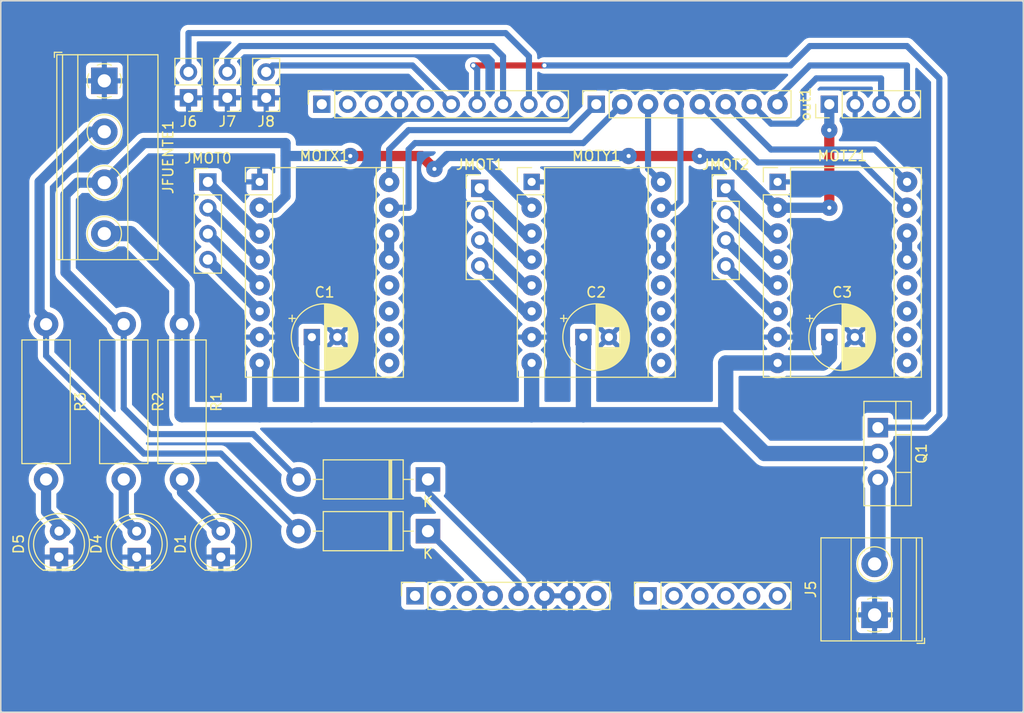
<source format=kicad_pcb>
(kicad_pcb (version 20240108) (generator "pcbnew") (generator_version "8.0")
  (title_block (date "mar. 31 mars 2015"))
  (layers (0 "F.Cu" signal) (31 "B.Cu" signal) (34 "B.Paste" user) (35 "F.Paste" user) (36 "B.SilkS" user "B.Silkscreen") (37 "F.SilkS" user "F.Silkscreen") (38 "B.Mask" user) (39 "F.Mask" user) (44 "Edge.Cuts" user))
  (net 0 "")
  (net 1 "GND")
  (net 3 "+5V")
  (net 4 "/IOREF")
  (net 5 "/A0")
  (net 6 "/A1")
  (net 7 "/A2")
  (net 8 "/A3")
  (net 9 "/SDA{slash}A4")
  (net 10 "/SCL{slash}A5")
  (net 11 "/13")
  (net 12 "/12")
  (net 13 "/AREF")
  (net 14 "/8")
  (net 15 "/7")
  (net 16 "/*11")
  (net 17 "/*10")
  (net 18 "/*9")
  (net 19 "/4")
  (net 20 "/2")
  (net 21 "/*6")
  (net 22 "/*5")
  (net 23 "/TX{slash}1")
  (net 24 "/*3")
  (net 25 "/RX{slash}0")
  (net 26 "+3V3")
  (net 27 "Net-(D1-A)")
  (net 28 "/~{RESET}")
  (net 29 "Net-(D2-K)")
  (net 30 "Net-(D3-K)")
  (net 31 "Net-(D4-A)")
  (net 32 "Net-(D5-A)")
  (net 34 "Net-(J5-Pin_2)")
  (net 35 "+12V")
  (net 36 "/MOT02A")
  (net 37 "/MOT01A")
  (net 38 "/MOT01B")
  (net 39 "/MOT02B")
  (net 40 "/MOT11A")
  (net 41 "/MOT12B")
  (net 42 "/MOT11B")
  (net 43 "/MOT12A")
  (net 44 "/MOT22A")
  (net 45 "/MOT21B")
  (net 46 "/MOT22B")
  (net 47 "/MOT21A")
  (net 48 "/MOT0MS3")
  (net 50 "Net-(MOTX1-~{RESET})")
  (net 51 "/MOT0MS1")
  (net 52 "/MOT0MS2")
  (net 53 "/MOT1MS2")
  (net 54 "/MOT1MS1")
  (net 55 "Net-(MOTY1-~{RESET})")
  (net 57 "/MOT1MS3")
  (net 58 "Net-(MOTZ1-~{RESET})")
  (net 60 "/MOT2MS3")
  (net 61 "/MOT2MS1")
  (net 62 "/MOT2MS2")
  (footprint "Connector_PinSocket_2.54mm:PinSocket_1x08_P2.54mm_Vertical" (layer "F.Cu") (at 127.94 97.46 90)
    (property "Reference" "J1" (hide yes))
    (property "Value" "Power")
    (pad "1" thru_hole rect (at 0 0 90) (size 1.7 1.7) (drill 1) (layers "*.Cu" "*.Mask"))
    (pad "2" thru_hole oval (at 0 2.54 90) (size 2 2) (drill 1) (layers "*.Cu" "*.Mask") (net 4 "/IOREF"))
    (pad "3" thru_hole oval (at 0 5.08 90) (size 2 2) (drill 1) (layers "*.Cu" "*.Mask") (net 28 "/~{RESET}"))
    (pad "4" thru_hole oval (at 0 7.62 90) (size 2 2) (drill 1) (layers "*.Cu" "*.Mask") (net 30 "Net-(D3-K)"))
    (pad "5" thru_hole oval (at 0 10.16 90) (size 2 2) (drill 1) (layers "*.Cu" "*.Mask") (net 29 "Net-(D2-K)"))
    (pad "6" thru_hole oval (at 0 12.7 90) (size 2 2) (drill 1) (layers "*.Cu" "*.Mask") (net 1 "GND"))
    (pad "7" thru_hole oval (at 0 15.24 90) (size 2 2) (drill 1) (layers "*.Cu" "*.Mask") (net 1 "GND"))
    (pad "8" thru_hole oval (at 0 17.78 90) (size 2 2) (drill 1) (layers "*.Cu" "*.Mask"))
  )
  (footprint "Connector_PinSocket_2.54mm:PinSocket_1x06_P2.54mm_Vertical" (layer "F.Cu") (at 150.8 97.46 90)
    (property "Reference" "J3" (hide yes))
    (property "Value" "Analog")
    (pad "1" thru_hole rect (at 0 0 90) (size 1.7 1.7) (drill 1) (layers "*.Cu" "*.Mask") (net 5 "/A0"))
    (pad "2" thru_hole oval (at 0 2.54 90) (size 1.7 1.7) (drill 1) (layers "*.Cu" "*.Mask") (net 6 "/A1"))
    (pad "3" thru_hole oval (at 0 5.08 90) (size 1.7 1.7) (drill 1) (layers "*.Cu" "*.Mask") (net 7 "/A2"))
    (pad "4" thru_hole oval (at 0 7.62 90) (size 1.7 1.7) (drill 1) (layers "*.Cu" "*.Mask") (net 8 "/A3"))
    (pad "5" thru_hole oval (at 0 10.16 90) (size 1.7 1.7) (drill 1) (layers "*.Cu" "*.Mask") (net 9 "/SDA{slash}A4"))
    (pad "6" thru_hole oval (at 0 12.7 90) (size 1.7 1.7) (drill 1) (layers "*.Cu" "*.Mask") (net 10 "/SCL{slash}A5"))
  )
  (footprint "Connector_PinSocket_2.54mm:PinSocket_1x10_P2.54mm_Vertical" (layer "F.Cu") (at 118.796 49.2 90)
    (property "Reference" "J2" (hide yes))
    (property "Value" "Digital/PWM")
    (pad "1" thru_hole rect (at 0 0 90) (size 1.7 1.7) (drill 1) (layers "*.Cu" "*.Mask") (net 10 "/SCL{slash}A5"))
    (pad "2" thru_hole oval (at 0 2.54 90) (size 1.7 1.7) (drill 1) (layers "*.Cu" "*.Mask") (net 9 "/SDA{slash}A4"))
    (pad "3" thru_hole oval (at 0 5.08 90) (size 1.7 1.7) (drill 1) (layers "*.Cu" "*.Mask") (net 13 "/AREF"))
    (pad "4" thru_hole oval (at 0 7.62 90) (size 1.7 1.7) (drill 1) (layers "*.Cu" "*.Mask") (net 1 "GND"))
    (pad "5" thru_hole oval (at 0 10.16 90) (size 1.7 1.7) (drill 1) (layers "*.Cu" "*.Mask") (net 11 "/13"))
    (pad "6" thru_hole oval (at 0 12.7 90) (size 1.7 1.7) (drill 1) (layers "*.Cu" "*.Mask") (net 12 "/12"))
    (pad "7" thru_hole oval (at 0 15.24 90) (size 1.7 1.7) (drill 1) (layers "*.Cu" "*.Mask") (net 16 "/*11"))
    (pad "8" thru_hole oval (at 0 17.78 90) (size 1.7 1.7) (drill 1) (layers "*.Cu" "*.Mask") (net 17 "/*10"))
    (pad "9" thru_hole oval (at 0 20.32 90) (size 1.7 1.7) (drill 1) (layers "*.Cu" "*.Mask") (net 18 "/*9"))
    (pad "10" thru_hole oval (at 0 22.86 90) (size 1.7 1.7) (drill 1) (layers "*.Cu" "*.Mask") (net 14 "/8"))
  )
  (footprint "Connector_PinSocket_2.54mm:PinSocket_1x08_P2.54mm_Vertical" (layer "F.Cu") (at 145.72 49.2 90)
    (property "Reference" "J4" (hide yes))
    (property "Value" "Digital/PWM")
    (pad "1" thru_hole rect (at 0 0 90) (size 1.7 1.7) (drill 1) (layers "*.Cu" "*.Mask") (net 15 "/7"))
    (pad "2" thru_hole oval (at 0 2.54 90) (size 2 2) (drill 1) (layers "*.Cu" "*.Mask") (net 21 "/*6"))
    (pad "3" thru_hole oval (at 0 5.08 90) (size 2 2) (drill 1) (layers "*.Cu" "*.Mask") (net 22 "/*5"))
    (pad "4" thru_hole oval (at 0 7.62 90) (size 2 2) (drill 1) (layers "*.Cu" "*.Mask") (net 19 "/4"))
    (pad "5" thru_hole oval (at 0 10.16 90) (size 2 2) (drill 1) (layers "*.Cu" "*.Mask") (net 24 "/*3"))
    (pad "6" thru_hole oval (at 0 12.7 90) (size 2 2) (drill 1) (layers "*.Cu" "*.Mask") (net 20 "/2"))
    (pad "7" thru_hole oval (at 0 15.24 90) (size 2 2) (drill 1) (layers "*.Cu" "*.Mask") (net 23 "/TX{slash}1"))
    (pad "8" thru_hole oval (at 0 17.78 90) (size 2 2) (drill 1) (layers "*.Cu" "*.Mask") (net 25 "/RX{slash}0"))
  )
  (footprint "Connector_PinHeader_2.54mm:PinHeader_1x02_P2.54mm_Vertical" (layer "F.Cu") (at 105.715 48.57 180)
    (property "Reference" "J6" (at 0 -2.33 360) (layer "F.SilkS"))
    (property "Value" "JLIMX")
    (pad "1" thru_hole rect (at 0 0 180) (size 1.7 1.7) (drill 1) (layers "*.Cu" "*.Mask") (net 1 "GND"))
    (pad "2" thru_hole oval (at 0 2.54 180) (size 1.7 1.7) (drill 1) (layers "*.Cu" "*.Mask") (net 18 "/*9"))
  )
  (footprint "Connector_PinHeader_2.54mm:PinHeader_1x04_P2.54mm_Vertical" (layer "F.Cu") (at 168.58 49.2 90)
    (property "Reference" "out1" (at 0 -2.33 90) (layer "F.SilkS"))
    (property "Value" "OUT")
    (pad "1" thru_hole rect (at 0 0 90) (size 1.7 1.7) (drill 1) (layers "*.Cu" "*.Mask") (net 3 "+5V"))
    (pad "2" thru_hole oval (at 0 2.54 90) (size 1.7 1.7) (drill 1) (layers "*.Cu" "*.Mask") (net 1 "GND"))
    (pad "3" thru_hole oval (at 0 5.08 90) (size 1.7 1.7) (drill 1) (layers "*.Cu" "*.Mask") (net 23 "/TX{slash}1"))
    (pad "4" thru_hole oval (at 0 7.62 90) (size 1.7 1.7) (drill 1) (layers "*.Cu" "*.Mask") (net 25 "/RX{slash}0"))
  )
  (footprint "Connector_PinHeader_2.54mm:PinHeader_1x04_P2.54mm_Vertical" (layer "F.Cu") (at 158.42 57.455)
    (property "Reference" "JMOT2" (at 0 -2.33 0) (layer "F.SilkS"))
    (property "Value" "Conn_01x04_Pin")
    (pad "1" thru_hole rect (at 0 0) (size 1.7 1.7) (drill 1) (layers "*.Cu" "*.Mask") (net 45 "/MOT21B"))
    (pad "2" thru_hole oval (at 0 2.54) (size 1.7 1.7) (drill 1) (layers "*.Cu" "*.Mask") (net 47 "/MOT21A"))
    (pad "3" thru_hole oval (at 0 5.08) (size 1.7 1.7) (drill 1) (layers "*.Cu" "*.Mask") (net 44 "/MOT22A"))
    (pad "4" thru_hole oval (at 0 7.62) (size 1.7 1.7) (drill 1) (layers "*.Cu" "*.Mask") (net 46 "/MOT22B"))
  )
  (footprint "TerminalBlock_Phoenix:TerminalBlock_Phoenix_MKDS-1,5-4_1x04_P5.00mm_Horizontal" (layer "F.Cu") (at 97.46 46.9 -90)
    (property "Reference" "JFUENTE1" (at 7.5 -6.26 90) (layer "F.SilkS"))
    (property "Value" "Conn_01x04")
    (pad "1" thru_hole rect (at 0 0 270) (size 2.6 2.6) (drill 1.3) (layers "*.Cu" "*.Mask") (net 1 "GND"))
    (pad "2" thru_hole circle (at 5 0 270) (size 2.6 2.6) (drill 1.3) (layers "*.Cu" "*.Mask") (net 26 "+3V3"))
    (pad "3" thru_hole circle (at 10 0 270) (size 2.6 2.6) (drill 1.3) (layers "*.Cu" "*.Mask") (net 3 "+5V"))
    (pad "4" thru_hole circle (at 15 0 270) (size 2.6 2.6) (drill 1.3) (layers "*.Cu" "*.Mask") (net 35 "+12V"))
  )
  (footprint "Diode_THT:D_DO-15_P12.70mm_Horizontal" (layer "F.Cu") (at 129.21 86.03 180)
    (property "Reference" "D2" (hide yes))
    (property "Value" "D_Zener" (hide yes))
    (fp_text user "K" (at 0 -2.2 360) (layer "F.SilkS"))
    (pad "1" thru_hole rect (at 0 0 180) (size 2.4 2.4) (drill 1.2) (layers "*.Cu" "*.Mask") (net 29 "Net-(D2-K)"))
    (pad "2" thru_hole oval (at 12.7 0 180) (size 2.4 2.4) (drill 1.2) (layers "*.Cu" "*.Mask") (net 3 "+5V"))
  )
  (footprint "Module:Pololu_Breakout-16_15.2x20.3mm" (layer "F.Cu") (at 163.51 56.82)
    (property "Reference" "MOTZ1" (at 6.35 -2.54 0) (layer "F.SilkS"))
    (property "Value" "Pololu_Breakout_A4988")
    (pad "1" thru_hole rect (at 0 0) (size 1.6 1.6) (drill 0.8) (layers "*.Cu" "*.Mask") (net 1 "GND"))
    (pad "2" thru_hole oval (at 0 2.54) (size 2 2) (drill 0.8) (layers "*.Cu" "*.Mask") (net 3 "+5V"))
    (pad "3" thru_hole oval (at 0 5.08) (size 2 2) (drill 0.8) (layers "*.Cu" "*.Mask") (net 45 "/MOT21B"))
    (pad "4" thru_hole oval (at 0 7.62) (size 2 2) (drill 0.8) (layers "*.Cu" "*.Mask") (net 47 "/MOT21A"))
    (pad "5" thru_hole oval (at 0 10.16) (size 2 2) (drill 0.8) (layers "*.Cu" "*.Mask") (net 44 "/MOT22A"))
    (pad "6" thru_hole oval (at 0 12.7) (size 2 2) (drill 0.8) (layers "*.Cu" "*.Mask") (net 46 "/MOT22B"))
    (pad "7" thru_hole oval (at 0 15.24) (size 2 2) (drill 0.8) (layers "*.Cu" "*.Mask") (net 1 "GND"))
    (pad "8" thru_hole oval (at 0 17.78) (size 2 2) (drill 0.8) (layers "*.Cu" "*.Mask") (net 35 "+12V"))
    (pad "9" thru_hole oval (at 12.7 17.78) (size 2 2) (drill 0.8) (layers "*.Cu" "*.Mask"))
    (pad "10" thru_hole oval (at 12.7 15.24) (size 2 2) (drill 0.8) (layers "*.Cu" "*.Mask") (net 61 "/MOT2MS1"))
    (pad "11" thru_hole oval (at 12.7 12.7) (size 2 2) (drill 0.8) (layers "*.Cu" "*.Mask") (net 62 "/MOT2MS2"))
    (pad "12" thru_hole oval (at 12.7 10.16) (size 2 2) (drill 0.8) (layers "*.Cu" "*.Mask") (net 60 "/MOT2MS3"))
    (pad "13" thru_hole oval (at 12.7 7.62) (size 2 2) (drill 0.8) (layers "*.Cu" "*.Mask") (net 58 "Net-(MOTZ1-~{RESET})"))
    (pad "14" thru_hole oval (at 12.7 5.08) (size 2 2) (drill 0.8) (layers "*.Cu" "*.Mask") (net 58 "Net-(MOTZ1-~{RESET})"))
    (pad "15" thru_hole oval (at 12.7 2.54) (size 2 2) (drill 0.8) (layers "*.Cu" "*.Mask") (net 24 "/*3"))
    (pad "16" thru_hole oval (at 12.7 0) (size 2 2) (drill 0.8) (layers "*.Cu" "*.Mask") (net 20 "/2"))
  )
  (footprint "Module:Pololu_Breakout-16_15.2x20.3mm" (layer "F.Cu") (at 112.7 56.82)
    (property "Reference" "MOTX1" (at 6.35 -2.54 360) (layer "F.SilkS"))
    (property "Value" "Pololu_Breakout_A4988")
    (pad "1" thru_hole rect (at 0 0) (size 1.6 1.6) (drill 0.8) (layers "*.Cu" "*.Mask") (net 1 "GND"))
    (pad "2" thru_hole oval (at 0 2.54) (size 2 2) (drill 0.8) (layers "*.Cu" "*.Mask") (net 3 "+5V"))
    (pad "3" thru_hole oval (at 0 5.08) (size 2 2) (drill 0.8) (layers "*.Cu" "*.Mask") (net 38 "/MOT01B"))
    (pad "4" thru_hole oval (at 0 7.62) (size 2 2) (drill 0.8) (layers "*.Cu" "*.Mask") (net 37 "/MOT01A"))
    (pad "5" thru_hole oval (at 0 10.16) (size 2 2) (drill 0.8) (layers "*.Cu" "*.Mask") (net 36 "/MOT02A"))
    (pad "6" thru_hole oval (at 0 12.7) (size 2 2) (drill 0.8) (layers "*.Cu" "*.Mask") (net 39 "/MOT02B"))
    (pad "7" thru_hole oval (at 0 15.24) (size 2 2) (drill 0.8) (layers "*.Cu" "*.Mask") (net 1 "GND"))
    (pad "8" thru_hole oval (at 0 17.78) (size 2 2) (drill 0.8) (layers "*.Cu" "*.Mask") (net 35 "+12V"))
    (pad "9" thru_hole oval (at 12.7 17.78) (size 2 2) (drill 0.8) (layers "*.Cu" "*.Mask"))
    (pad "10" thru_hole oval (at 12.7 15.24) (size 2 2) (drill 0.8) (layers "*.Cu" "*.Mask") (net 51 "/MOT0MS1"))
    (pad "11" thru_hole oval (at 12.7 12.7) (size 2 2) (drill 0.8) (layers "*.Cu" "*.Mask") (net 52 "/MOT0MS2"))
    (pad "12" thru_hole oval (at 12.7 10.16) (size 2 2) (drill 0.8) (layers "*.Cu" "*.Mask") (net 48 "/MOT0MS3"))
    (pad "13" thru_hole oval (at 12.7 7.62) (size 2 2) (drill 0.8) (layers "*.Cu" "*.Mask") (net 50 "Net-(MOTX1-~{RESET})"))
    (pad "14" thru_hole oval (at 12.7 5.08) (size 2 2) (drill 0.8) (layers "*.Cu" "*.Mask") (net 50 "Net-(MOTX1-~{RESET})"))
    (pad "15" thru_hole oval (at 12.7 2.54) (size 2 2) (drill 0.8) (layers "*.Cu" "*.Mask") (net 21 "/*6"))
    (pad "16" thru_hole oval (at 12.7 0) (size 2 2) (drill 0.8) (layers "*.Cu" "*.Mask") (net 15 "/7"))
  )
  (footprint "Connector_PinHeader_2.54mm:PinHeader_1x02_P2.54mm_Vertical" (layer "F.Cu") (at 113.335 48.57 180)
    (property "Reference" "J8" (at 0 -2.33 360) (layer "F.SilkS"))
    (property "Value" "JLIMZ")
    (pad "1" thru_hole rect (at 0 0 180) (size 1.7 1.7) (drill 1) (layers "*.Cu" "*.Mask") (net 1 "GND"))
    (pad "2" thru_hole oval (at 0 2.54 180) (size 1.7 1.7) (drill 1) (layers "*.Cu" "*.Mask") (net 12 "/12"))
  )
  (footprint "Connector_PinHeader_2.54mm:PinHeader_1x02_P2.54mm_Vertical" (layer "F.Cu") (at 109.525 48.565 180)
    (property "Reference" "J7" (at 0 -2.33 360) (layer "F.SilkS"))
    (property "Value" "JLIMY")
    (pad "1" thru_hole rect (at 0 0 180) (size 1.7 1.7) (drill 1) (layers "*.Cu" "*.Mask") (net 1 "GND"))
    (pad "2" thru_hole oval (at 0 2.54 180) (size 1.7 1.7) (drill 1) (layers "*.Cu" "*.Mask") (net 17 "/*10"))
  )
  (footprint "Connector_PinHeader_2.54mm:PinHeader_1x04_P2.54mm_Vertical" (layer "F.Cu") (at 134.29 57.455)
    (property "Reference" "JMOT1" (at 0 -2.33 0) (layer "F.SilkS"))
    (property "Value" "Conn_01x04_Pin")
    (pad "1" thru_hole rect (at 0 0) (size 1.7 1.7) (drill 1) (layers "*.Cu" "*.Mask") (net 42 "/MOT11B"))
    (pad "2" thru_hole oval (at 0 2.54) (size 1.7 1.7) (drill 1) (layers "*.Cu" "*.Mask") (net 40 "/MOT11A"))
    (pad "3" thru_hole oval (at 0 5.08) (size 1.7 1.7) (drill 1) (layers "*.Cu" "*.Mask") (net 43 "/MOT12A"))
    (pad "4" thru_hole oval (at 0 7.62) (size 1.7 1.7) (drill 1) (layers "*.Cu" "*.Mask") (net 41 "/MOT12B"))
  )
  (footprint "LED_THT:LED_D5.0mm" (layer "F.Cu") (at 100.635 93.655 90)
    (property "Reference" "D4" (at 1.27 -3.96 90) (layer "F.SilkS"))
    (property "Value" "LED")
    (pad "1" thru_hole rect (at 0 0 90) (size 1.8 1.8) (drill 0.9) (layers "*.Cu" "*.Mask") (net 1 "GND"))
    (pad "2" thru_hole circle (at 2.54 0 90) (size 1.8 1.8) (drill 0.9) (layers "*.Cu" "*.Mask") (net 31 "Net-(D4-A)"))
  )
  (footprint "Module:Pololu_Breakout-16_15.2x20.3mm" (layer "F.Cu") (at 139.38 56.82)
    (property "Reference" "MOTY1" (at 6.35 -2.54 0) (layer "F.SilkS"))
    (property "Value" "Pololu_Breakout_A4988")
    (pad "1" thru_hole rect (at 0 0) (size 1.6 1.6) (drill 0.8) (layers "*.Cu" "*.Mask") (net 1 "GND"))
    (pad "2" thru_hole oval (at 0 2.54) (size 2 2) (drill 0.8) (layers "*.Cu" "*.Mask") (net 3 "+5V"))
    (pad "3" thru_hole oval (at 0 5.08) (size 2 2) (drill 0.8) (layers "*.Cu" "*.Mask") (net 42 "/MOT11B"))
    (pad "4" thru_hole oval (at 0 7.62) (size 2 2) (drill 0.8) (layers "*.Cu" "*.Mask") (net 40 "/MOT11A"))
    (pad "5" thru_hole oval (at 0 10.16) (size 2 2) (drill 0.8) (layers "*.Cu" "*.Mask") (net 43 "/MOT12A"))
    (pad "6" thru_hole oval (at 0 12.7) (size 2 2) (drill 0.8) (layers "*.Cu" "*.Mask") (net 41 "/MOT12B"))
    (pad "7" thru_hole oval (at 0 15.24) (size 2 2) (drill 0.8) (layers "*.Cu" "*.Mask") (net 1 "GND"))
    (pad "8" thru_hole oval (at 0 17.78) (size 2 2) (drill 0.8) (layers "*.Cu" "*.Mask") (net 35 "+12V"))
    (pad "9" thru_hole oval (at 12.7 17.78) (size 2 2) (drill 0.8) (layers "*.Cu" "*.Mask"))
    (pad "10" thru_hole oval (at 12.7 15.24) (size 2 2) (drill 0.8) (layers "*.Cu" "*.Mask") (net 54 "/MOT1MS1"))
    (pad "11" thru_hole oval (at 12.7 12.7) (size 2 2) (drill 0.8) (layers "*.Cu" "*.Mask") (net 53 "/MOT1MS2"))
    (pad "12" thru_hole oval (at 12.7 10.16) (size 2 2) (drill 0.8) (layers "*.Cu" "*.Mask") (net 57 "/MOT1MS3"))
    (pad "13" thru_hole oval (at 12.7 7.62) (size 2 2) (drill 0.8) (layers "*.Cu" "*.Mask") (net 55 "Net-(MOTY1-~{RESET})"))
    (pad "14" thru_hole oval (at 12.7 5.08) (size 2 2) (drill 0.8) (layers "*.Cu" "*.Mask") (net 55 "Net-(MOTY1-~{RESET})"))
    (pad "15" thru_hole oval (at 12.7 2.54) (size 2 2) (drill 0.8) (layers "*.Cu" "*.Mask") (net 19 "/4"))
    (pad "16" thru_hole oval (at 12.7 0) (size 2 2) (drill 0.8) (layers "*.Cu" "*.Mask") (net 22 "/*5"))
  )
  (footprint "LED_THT:LED_D5.0mm" (layer "F.Cu") (at 108.89 93.65 90)
    (property "Reference" "D1" (at 1.27 -3.96 90) (layer "F.SilkS"))
    (property "Value" "LED")
    (pad "1" thru_hole rect (at 0 0 90) (size 1.8 1.8) (drill 0.9) (layers "*.Cu" "*.Mask") (net 1 "GND"))
    (pad "2" thru_hole circle (at 2.54 0 90) (size 1.8 1.8) (drill 0.9) (layers "*.Cu" "*.Mask") (net 27 "Net-(D1-A)"))
  )
  (footprint "Resistor_THT:R_Axial_DIN0414_L11.9mm_D4.5mm_P15.24mm_Horizontal" (layer "F.Cu") (at 105.08 70.79 -90)
    (property "Reference" "R1" (at 7.62 -3.37 90) (layer "F.SilkS"))
    (property "Value" "R")
    (pad "1" thru_hole circle (at 0 0 270) (size 2.4 2.4) (drill 1.2) (layers "*.Cu" "*.Mask") (net 35 "+12V"))
    (pad "2" thru_hole oval (at 15.24 0 270) (size 2.4 2.4) (drill 1.2) (layers "*.Cu" "*.Mask") (net 27 "Net-(D1-A)"))
  )
  (footprint "Resistor_THT:R_Axial_DIN0414_L11.9mm_D4.5mm_P15.24mm_Horizontal" (layer "F.Cu") (at 99.365 70.79 -90)
    (property "Reference" "R2" (at 7.62 -3.37 90) (layer "F.SilkS"))
    (property "Value" "R")
    (pad "1" thru_hole circle (at 0 0 270) (size 2.4 2.4) (drill 1.2) (layers "*.Cu" "*.Mask") (net 3 "+5V"))
    (pad "2" thru_hole oval (at 15.24 0 270) (size 2.4 2.4) (drill 1.2) (layers "*.Cu" "*.Mask") (net 31 "Net-(D4-A)"))
  )
  (footprint "Resistor_THT:R_Axial_DIN0414_L11.9mm_D4.5mm_P15.24mm_Horizontal" (layer "F.Cu") (at 91.745 70.79 -90)
    (property "Reference" "R3" (at 7.62 -3.37 90) (layer "F.SilkS"))
    (property "Value" "R")
    (pad "1" thru_hole circle (at 0 0 270) (size 2.4 2.4) (drill 1.2) (layers "*.Cu" "*.Mask") (net 26 "+3V3"))
    (pad "2" thru_hole oval (at 15.24 0 270) (size 2.4 2.4) (drill 1.2) (layers "*.Cu" "*.Mask") (net 32 "Net-(D5-A)"))
  )
  (footprint "Capacitor_THT:CP_Radial_D6.3mm_P2.50mm" (layer "F.Cu") (at 144.46 72.06)
    (property "Reference" "C2" (at 1.25 -4.4 0) (layer "F.SilkS"))
    (property "Value" "C")
    (pad "1" thru_hole rect (at 0 0) (size 1.6 1.6) (drill 0.8) (layers "*.Cu" "*.Mask") (net 35 "+12V"))
    (pad "2" thru_hole circle (at 2.5 0) (size 1.6 1.6) (drill 0.8) (layers "*.Cu" "*.Mask") (net 1 "GND"))
  )
  (footprint "TerminalBlock_Phoenix:TerminalBlock_Phoenix_MKDS-1,5-2_1x02_P5.00mm_Horizontal" (layer "F.Cu") (at 173.025 99.325 90)
    (property "Reference" "J5" (at 2.5 -6.26 90) (layer "F.SilkS"))
    (property "Value" "Conn_01x02")
    (pad "1" thru_hole rect (at 0 0 90) (size 2.6 2.6) (drill 1.3) (layers "*.Cu" "*.Mask") (net 1 "GND"))
    (pad "2" thru_hole circle (at 5 0 90) (size 2.6 2.6) (drill 1.3) (layers "*.Cu" "*.Mask") (net 34 "Net-(J5-Pin_2)"))
  )
  (footprint "Diode_THT:D_DO-15_P12.70mm_Horizontal" (layer "F.Cu") (at 129.21 91.11 180)
    (property "Reference" "D3" (hide yes))
    (property "Value" "D_Zener" (hide yes))
    (fp_text user "K" (at 0 -2.2 360) (layer "F.SilkS"))
    (pad "1" thru_hole rect (at 0 0 180) (size 2.4 2.4) (drill 1.2) (layers "*.Cu" "*.Mask") (net 30 "Net-(D3-K)"))
    (pad "2" thru_hole oval (at 12.7 0 180) (size 2.4 2.4) (drill 1.2) (layers "*.Cu" "*.Mask") (net 26 "+3V3"))
  )
  (footprint "Capacitor_THT:CP_Radial_D6.3mm_P2.50mm" (layer "F.Cu") (at 117.82 72.06)
    (property "Reference" "C1" (at 1.25 -4.4 0) (layer "F.SilkS"))
    (property "Value" "C")
    (pad "1" thru_hole rect (at 0 0) (size 1.6 1.6) (drill 0.8) (layers "*.Cu" "*.Mask") (net 35 "+12V"))
    (pad "2" thru_hole circle (at 2.5 0) (size 1.6 1.6) (drill 0.8) (layers "*.Cu" "*.Mask") (net 1 "GND"))
  )
  (footprint "Connector_PinHeader_2.54mm:PinHeader_1x04_P2.54mm_Vertical" (layer "F.Cu") (at 107.62 56.83)
    (property "Reference" "JMOT0" (at 0 -2.33 0) (layer "F.SilkS"))
    (property "Value" "Conn_01x04_Pin")
    (pad "1" thru_hole rect (at 0 0) (size 1.7 1.7) (drill 1) (layers "*.Cu" "*.Mask") (net 38 "/MOT01B"))
    (pad "2" thru_hole oval (at 0 2.54) (size 1.7 1.7) (drill 1) (layers "*.Cu" "*.Mask") (net 37 "/MOT01A"))
    (pad "3" thru_hole oval (at 0 5.08) (size 1.7 1.7) (drill 1) (layers "*.Cu" "*.Mask") (net 36 "/MOT02A"))
    (pad "4" thru_hole oval (at 0 7.62) (size 1.7 1.7) (drill 1) (layers "*.Cu" "*.Mask") (net 39 "/MOT02B"))
  )
  (footprint "Capacitor_THT:CP_Radial_D6.3mm_P2.50mm" (layer "F.Cu") (at 168.59 72.06)
    (property "Reference" "C3" (at 1.25 -4.4 0) (layer "F.SilkS"))
    (property "Value" "C")
    (pad "1" thru_hole rect (at 0 0) (size 1.6 1.6) (drill 0.8) (layers "*.Cu" "*.Mask") (net 35 "+12V"))
    (pad "2" thru_hole circle (at 2.5 0) (size 1.6 1.6) (drill 0.8) (layers "*.Cu" "*.Mask") (net 1 "GND"))
  )
  (footprint "Package_TO_SOT_THT:TO-220-3_Vertical" (layer "F.Cu") (at 173.35 80.95 -90)
    (property "Reference" "Q1" (at 2.54 -4.27 90) (layer "F.SilkS"))
    (property "Value" "IRLZ44N")
    (pad "1" thru_hole rect (at 0 0 270) (size 1.905 2) (drill 1.1) (layers "*.Cu" "*.Mask") (net 16 "/*11"))
    (pad "2" thru_hole oval (at 2.54 0 270) (size 1.905 2) (drill 1.1) (layers "*.Cu" "*.Mask") (net 35 "+12V"))
    (pad "3" thru_hole oval (at 5.08 0 270) (size 1.905 2) (drill 1.1) (layers "*.Cu" "*.Mask") (net 34 "Net-(J5-Pin_2)"))
  )
  (footprint "LED_THT:LED_D5.0mm" (layer "F.Cu") (at 93.015 93.65 90)
    (property "Reference" "D5" (at 1.27 -3.96 90) (layer "F.SilkS"))
    (property "Value" "LED")
    (pad "1" thru_hole rect (at 0 0 90) (size 1.8 1.8) (drill 0.9) (layers "*.Cu" "*.Mask") (net 1 "GND"))
    (pad "2" thru_hole circle (at 2.54 0 90) (size 1.8 1.8) (drill 0.9) (layers "*.Cu" "*.Mask") (net 32 "Net-(D5-A)"))
  )
  (gr_rect (start 87.3 39.04) (end 187.63 108.89) (stroke (width 0.15)) (fill none) (layer "Edge.Cuts"))
  (segment (start 129.845 55.55) (end 128.574995 54.279995) (width 1) (layer "F.Cu") (net 3))
  (segment (start 148.895 54.28) (end 155.88 54.28) (width 1) (layer "F.Cu") (net 3))
  (segment (start 168.58 59.36) (end 168.58 51.74) (width 1) (layer "F.Cu") (net 3))
  (segment (start 128.574995 54.279995) (end 121.589997 54.279995) (width 1) (layer "F.Cu") (net 3))
  (via (at 168.58 59.36) (size 1.6) (drill 0.4) (layers "F.Cu" "B.Cu") (net 3))
  (via (at 168.58 51.74) (size 1.6) (drill 0.4) (layers "F.Cu" "B.Cu") (net 3))
  (via (at 121.589997 54.279995) (size 1.6) (drill 0.4) (layers "F.Cu" "B.Cu") (net 3))
  (via (at 129.845 55.55) (size 1.6) (drill 0.4) (layers "F.Cu" "B.Cu") (net 3))
  (via (at 148.895 54.28) (size 1.6) (drill 0.4) (layers "F.Cu" "B.Cu") (net 3))
  (via (at 155.88 54.28) (size 1.6) (drill 0.4) (layers "F.Cu" "B.Cu") (net 3))
  (segment (start 121.589992 54.28) (end 121.589997 54.279995) (width 1) (layer "B.Cu") (net 3))
  (segment (start 93.65 58.09) (end 93.65 65.71) (width 1) (layer "B.Cu") (net 3))
  (segment (start 131.115 54.28) (end 129.845 55.55) (width 1) (layer "B.Cu") (net 3))
  (segment (start 112.065 81.585) (end 116.51 86.03) (width 0.6) (layer "B.Cu") (net 3))
  (segment (start 155.88 54.28) (end 158.345 54.28) (width 1) (layer "B.Cu") (net 3))
  (segment (start 101.35 53.01) (end 115.24 53.01) (width 1) (layer "B.Cu") (net 3))
  (segment (start 115.24 54.28) (end 115.24 58.234213) (width 1) (layer "B.Cu") (net 3))
  (segment (start 115.24 53.01) (end 115.24 54.28) (width 1) (layer "B.Cu") (net 3))
  (segment (start 99.365 79.045) (end 101.905 81.585) (width 0.6) (layer "B.Cu") (net 3))
  (segment (start 139.295 59.36) (end 134.215 54.28) (width 1) (layer "B.Cu") (net 3))
  (segment (start 97.46 56.9) (end 101.35 53.01) (width 1) (layer "B.Cu") (net 3))
  (segment (start 97.46 56.9) (end 94.84 56.9) (width 1) (layer "B.Cu") (net 3))
  (segment (start 99.365 70.79) (end 99.365 79.045) (width 0.6) (layer "B.Cu") (net 3))
  (segment (start 94.84 56.9) (end 93.65 58.09) (width 1) (layer "B.Cu") (net 3))
  (segment (start 115.24 58.234213) (end 114.114213 59.36) (width 1) (layer "B.Cu") (net 3))
  (segment (start 115.24 54.28) (end 121.589992 54.28) (width 1) (layer "B.Cu") (net 3))
  (segment (start 139.38 59.36) (end 139.295 59.36) (width 1) (layer "B.Cu") (net 3))
  (segment (start 163.425 59.36) (end 163.51 59.36) (width 1) (layer "B.Cu") (net 3))
  (segment (start 93.65 65.71) (end 98.73 70.79) (width 1) (layer "B.Cu") (net 3))
  (segment (start 134.215 54.28) (end 148.895 54.28) (width 1) (layer "B.Cu") (net 3))
  (segment (start 168.58 51.74) (end 168.58 49.2) (width 1) (layer "B.Cu") (net 3))
  (segment (start 158.345 54.28) (end 163.425 59.36) (width 1) (layer "B.Cu") (net 3))
  (segment (start 134.215 54.28) (end 131.115 54.28) (width 1) (layer "B.Cu") (net 3))
  (segment (start 101.905 81.585) (end 112.065 81.585) (width 0.6) (layer "B.Cu") (net 3))
  (segment (start 163.51 59.36) (end 168.58 59.36) (width 1) (layer "B.Cu") (net 3))
  (segment (start 114.114213 59.36) (end 112.7 59.36) (width 1) (layer "B.Cu") (net 3))
  (segment (start 113.975 45.39) (end 127.686 45.39) (width 0.6) (layer "B.Cu") (net 12))
  (segment (start 113.335 46.03) (end 113.975 45.39) (width 0.6) (layer "B.Cu") (net 12))
  (segment (start 127.686 45.39) (end 131.496 49.2) (width 0.6) (layer "B.Cu") (net 12))
  (segment (start 125.4 56.82) (end 125.4 53.645) (width 0.6) (layer "B.Cu") (net 15))
  (segment (start 125.4 53.645) (end 127.305 51.74) (width 0.6) (layer "B.Cu") (net 15))
  (segment (start 143.18 51.74) (end 145.72 49.2) (width 0.6) (layer "B.Cu") (net 15))
  (segment (start 127.305 51.74) (end 143.18 51.74) (width 0.6) (layer "B.Cu") (net 15))
  (segment (start 133.655 45.39) (end 140.64 45.39) (width 0.6) (layer "F.Cu") (net 16))
  (via (at 133.655 45.39) (size 0.6) (drill 0.4) (layers "F.Cu" "B.Cu") (net 16))
  (via (at 140.64 45.39) (size 0.6) (drill 0.4) (layers "F.Cu" "B.Cu") (net 16))
  (segment (start 179.375 46.66) (end 179.375 79.68) (width 0.6) (layer "B.Cu") (net 16))
  (segment (start 166.675 43.485) (end 176.2 43.485) (width 0.6) (layer "B.Cu") (net 16))
  (segment (start 164.77 45.39) (end 166.675 43.485) (width 0.6) (layer "B.Cu") (net 16))
  (segment (start 140.64 45.39) (end 164.77 45.39) (width 0.6) (layer "B.Cu") (net 16))
  (segment (start 176.2 43.485) (end 179.375 46.66) (width 0.6) (layer "B.Cu") (net 16))
  (segment (start 178.105 80.95) (end 173.35 80.95) (width 0.6) (layer "B.Cu") (net 16))
  (segment (start 134.036 49.2) (end 134.036 45.771) (width 0.6) (layer "B.Cu") (net 16))
  (segment (start 179.375 79.68) (end 178.105 80.95) (width 0.6) (layer "B.Cu") (net 16))
  (segment (start 134.036 45.771) (end 133.655 45.39) (width 0.6) (layer "B.Cu") (net 16))
  (segment (start 135.56 43.485) (end 136.576 44.501) (width 0.6) (layer "B.Cu") (net 17))
  (segment (start 110.795 43.485) (end 135.56 43.485) (width 0.6) (layer "B.Cu") (net 17))
  (segment (start 109.525 46.025) (end 109.525 44.755) (width 0.6) (layer "B.Cu") (net 17))
  (segment (start 109.525 44.755) (end 110.795 43.485) (width 0.6) (layer "B.Cu") (net 17))
  (segment (start 136.576 44.501) (end 136.576 49.2) (width 0.6) (layer "B.Cu") (net 17))
  (segment (start 105.715 46.03) (end 105.715 42.215) (width 0.6) (layer "B.Cu") (net 18))
  (segment (start 136.83 42.215) (end 139.116 44.501) (width 0.6) (layer "B.Cu") (net 18))
  (segment (start 105.715 42.215) (end 136.83 42.215) (width 0.6) (layer "B.Cu") (net 18))
  (segment (start 139.116 44.501) (end 139.116 49.2) (width 0.6) (layer "B.Cu") (net 18))
  (segment (start 153.975 49.835) (end 153.34 49.2) (width 0.6) (layer "B.Cu") (net 19))
  (segment (start 152.08 59.36) (end 153.34 59.36) (width 0.6) (layer "B.Cu") (net 19))
  (segment (start 153.975 58.725) (end 153.975 49.835) (width 0.6) (layer "B.Cu") (net 19))
  (segment (start 153.34 59.36) (end 153.975 58.725) (width 0.6) (layer "B.Cu") (net 19))
  (segment (start 176.21 56.82) (end 173.035 53.645) (width 0.6) (layer "B.Cu") (net 20))
  (segment (start 162.865 53.645) (end 158.42 49.2) (width 0.6) (layer "B.Cu") (net 20))
  (segment (start 173.035 53.645) (end 162.865 53.645) (width 0.6) (layer "B.Cu") (net 20))
  (segment (start 144.45 53.01) (end 148.26 49.2) (width 0.6) (layer "B.Cu") (net 21))
  (segment (start 127.94 53.01) (end 144.45 53.01) (width 0.6) (layer "B.Cu") (net 21))
  (segment (start 127.305 59.36) (end 127.305 53.645) (width 0.6) (layer "B.Cu") (net 21))
  (segment (start 127.305 53.645) (end 127.94 53.01) (width 0.6) (layer "B.Cu") (net 21))
  (segment (start 125.4 59.36) (end 127.305 59.36) (width 0.6) (layer "B.Cu") (net 21))
  (segment (start 150.8 49.2) (end 150.8 55.54) (width 0.6) (layer "B.Cu") (net 22))
  (segment (start 150.8 55.54) (end 152.08 56.82) (width 0.6) (layer "B.Cu") (net 22))
  (segment (start 173.66 46.66) (end 167.31 46.66) (width 0.6) (layer "B.Cu") (net 23))
  (segment (start 162.865 51.105) (end 160.96 49.2) (width 0.6) (layer "B.Cu") (net 23))
  (segment (start 165.405 51.105) (end 162.865 51.105) (width 0.6) (layer "B.Cu") (net 23))
  (segment (start 166.04 47.93) (end 166.04 50.47) (width 0.6) (layer "B.Cu") (net 23))
  (segment (start 173.66 49.2) (end 173.66 46.66) (width 0.6) (layer "B.Cu") (net 23))
  (segment (start 166.04 50.47) (end 165.405 51.105) (width 0.6) (layer "B.Cu") (net 23))
  (segment (start 167.31 46.66) (end 166.04 47.93) (width 0.6) (layer "B.Cu") (net 23))
  (segment (start 161.595 54.915) (end 155.88 49.2) (width 0.6) (layer "B.Cu") (net 24))
  (segment (start 176.21 59.36) (end 171.765 54.915) (width 0.6) (layer "B.Cu") (net 24))
  (segment (start 171.765 54.915) (end 161.595 54.915) (width 0.6) (layer "B.Cu") (net 24))
  (segment (start 176.2 49.2) (end 176.2 45.39) (width 0.6) (layer "B.Cu") (net 25))
  (segment (start 166.675 45.39) (end 163.5 48.565) (width 0.6) (layer "B.Cu") (net 25))
  (segment (start 176.2 45.39) (end 166.675 45.39) (width 0.6) (layer "B.Cu") (net 25))
  (segment (start 163.5 48.565) (end 163.5 49.2) (width 0.6) (layer "B.Cu") (net 25))
  (segment (start 91.745 73.895685) (end 101.339315 83.49) (width 0.6) (layer "B.Cu") (net 26))
  (segment (start 91.745 70.79) (end 91.745 73.895685) (width 0.6) (layer "B.Cu") (net 26))
  (segment (start 96.03 51.9) (end 91.11 56.82) (width 1) (layer "B.Cu") (net 26))
  (segment (start 101.339315 83.49) (end 108.89 83.49) (width 0.6) (layer "B.Cu") (net 26))
  (segment (start 108.89 83.49) (end 116.51 91.11) (width 0.6) (layer "B.Cu") (net 26))
  (segment (start 91.11 56.82) (end 91.11 69.52) (width 1) (layer "B.Cu") (net 26))
  (segment (start 97.46 51.9) (end 96.03 51.9) (width 1) (layer "B.Cu") (net 26))
  (segment (start 91.11 69.52) (end 92.38 70.79) (width 1) (layer "B.Cu") (net 26))
  (segment (start 105.08 86.03) (end 105.08 87.3) (width 1) (layer "B.Cu") (net 27))
  (segment (start 105.08 87.3) (end 108.89 91.11) (width 1) (layer "B.Cu") (net 27))
  (segment (start 129.21 87.3) (end 138.1 96.19) (width 0.6) (layer "B.Cu") (net 29))
  (segment (start 138.1 96.19) (end 138.1 97.46) (width 0.6) (layer "B.Cu") (net 29))
  (segment (start 129.21 86.03) (end 129.21 87.3) (width 0.6) (layer "B.Cu") (net 29))
  (segment (start 129.21 91.11) (end 135.56 97.46) (width 0.6) (layer "B.Cu") (net 30))
  (segment (start 99.365 86.03) (end 99.365 89.845) (width 1) (layer "B.Cu") (net 31))
  (segment (start 99.365 89.845) (end 100.635 91.115) (width 1) (layer "B.Cu") (net 31))
  (segment (start 91.745 89.205) (end 93.65 91.11) (width 1) (layer "B.Cu") (net 32))
  (segment (start 91.745 86.03) (end 91.745 89.205) (width 1) (layer "B.Cu") (net 32))
  (segment (start 173.35 86.03) (end 173.35 94) (width 1.5) (layer "B.Cu") (net 34))
  (segment (start 173.35 94) (end 173.025 94.325) (width 1.5) (layer "B.Cu") (net 34))
  (segment (start 117.82 72.06) (end 117.82 79.64) (width 1.5) (layer "B.Cu") (net 35))
  (segment (start 158.42 74.6) (end 163.51 74.6) (width 1.5) (layer "B.Cu") (net 35))
  (segment (start 112.7 79.68) (end 117.78 79.68) (width 1.5) (layer "B.Cu") (net 35))
  (segment (start 144.45 79.68) (end 158.43 79.68) (width 1.5) (layer "B.Cu") (net 35))
  (segment (start 139.37 79.68) (end 144.45 79.68) (width 1.5) (layer "B.Cu") (net 35))
  (segment (start 163.51 74.6) (end 167.945 74.6) (width 1.5) (layer "B.Cu") (net 35))
  (segment (start 117.78 79.68) (end 139.37 79.68) (width 1.5) (layer "B.Cu") (net 35))
  (segment (start 97.46 61.9) (end 100 61.9) (width 1.5) (layer "B.Cu") (net 35))
  (segment (start 100 61.9) (end 105.08 66.98) (width 1.5) (layer "B.Cu") (net 35))
  (segment (start 167.945 74.6) (end 168.59 73.955) (width 1.5) (layer "B.Cu") (net 35))
  (segment (start 117.82 79.64) (end 117.78 79.68) (width 1.5) (layer "B.Cu") (net 35))
  (segment (start 158.43 79.68) (end 162.24 83.49) (width 1.5) (layer "B.Cu") (net 35))
  (segment (start 112.7 74.6) (end 112.7 79.68) (width 1.5) (layer "B.Cu") (net 35))
  (segment (start 144.46 79.67) (end 144.45 79.68) (width 1.5) (layer "B.Cu") (net 35))
  (segment (start 168.59 73.955) (end 168.59 72.06) (width 1.5) (layer "B.Cu") (net 35))
  (segment (start 158.42 79.67) (end 158.42 74.6) (width 1.5) (layer "B.Cu") (net 35))
  (segment (start 158.43 79.68) (end 158.42 79.67) (width 1.5) (layer "B.Cu") (net 35))
  (segment (start 139.38 79.67) (end 139.37 79.68) (width 1.5) (layer "B.Cu") (net 35))
  (segment (start 162.24 83.49) (end 173.35 83.49) (width 1.5) (layer "B.Cu") (net 35))
  (segment (start 144.46 72.06) (end 144.46 79.67) (width 1.5) (layer "B.Cu") (net 35))
  (segment (start 139.38 74.6) (end 139.38 79.67) (width 1.5) (layer "B.Cu") (net 35))
  (segment (start 105.08 79.68) (end 112.7 79.68) (width 1.5) (layer "B.Cu") (net 35))
  (segment (start 105.08 66.98) (end 105.08 70.79) (width 1.5) (layer "B.Cu") (net 35))
  (segment (start 105.08 70.79) (end 105.08 79.68) (width 1.5) (layer "B.Cu") (net 35))
  (segment (start 112.7 66.98) (end 112.69 66.98) (width 1) (layer "B.Cu") (net 36))
  (segment (start 112.69 66.98) (end 107.62 61.91) (width 1) (layer "B.Cu") (net 36))
  (segment (start 112.7 64.44) (end 112.69 64.44) (width 1) (layer "B.Cu") (net 37))
  (segment (start 112.69 64.44) (end 107.62 59.37) (width 1) (layer "B.Cu") (net 37))
  (segment (start 112.7 61.9) (end 112.69 61.9) (width 1) (layer "B.Cu") (net 38))
  (segment (start 112.69 61.9) (end 107.62 56.83) (width 1) (layer "B.Cu") (net 38))
  (segment (start 112.7 69.52) (end 112.69 69.52) (width 1) (layer "B.Cu") (net 39))
  (segment (start 112.69 69.52) (end 107.62 64.45) (width 1) (layer "B.Cu") (net 39))
  (segment (start 138.735 64.44) (end 134.29 59.995) (width 1) (layer "B.Cu") (net 40))
  (segment (start 139.38 64.44) (end 138.735 64.44) (width 1) (layer "B.Cu") (net 40))
  (segment (start 139.38 69.52) (end 138.735 69.52) (width 1) (layer "B.Cu") (net 41))
  (segment (start 138.735 69.52) (end 134.29 65.075) (width 1) (layer "B.Cu") (net 41))
  (segment (start 138.735 61.9) (end 134.29 57.455) (width 1) (layer "B.Cu") (net 42))
  (segment (start 139.38 61.9) (end 138.735 61.9) (width 1) (layer "B.Cu") (net 42))
  (segment (start 138.735 66.98) (end 134.29 62.535) (width 1) (layer "B.Cu") (net 43))
  (segment (start 139.38 66.98) (end 138.735 66.98) (width 1) (layer "B.Cu") (net 43))
  (segment (start 163.51 66.98) (end 162.865 66.98) (width 1) (layer "B.Cu") (net 44))
  (segment (start 162.865 66.98) (end 158.42 62.535) (width 1) (layer "B.Cu") (net 44))
  (segment (start 162.865 61.9) (end 158.42 57.455) (width 1) (layer "B.Cu") (net 45))
  (segment (start 163.51 61.9) (end 162.865 61.9) (width 1) (layer "B.Cu") (net 45))
  (segment (start 162.865 69.52) (end 158.42 65.075) (width 1) (layer "B.Cu") (net 46))
  (segment (start 163.51 69.52) (end 162.865 69.52) (width 1) (layer "B.Cu") (net 46))
  (segment (start 162.865 64.44) (end 158.42 59.995) (width 1) (layer "B.Cu") (net 47))
  (segment (start 163.51 64.44) (end 162.865 64.44) (width 1) (layer "B.Cu") (net 47))
  (segment (start 125.4 61.9) (end 125.4 64.44) (width 1) (layer "B.Cu") (net 50))
  (segment (start 152.08 61.9) (end 152.08 64.44) (width 1) (layer "B.Cu") (net 55))
  (segment (start 176.21 61.9) (end 176.21 64.44) (width 1) (layer "B.Cu") (net 58))
  (zone (net 1) (net_name "GND") (layer "B.Cu") (connect_pads (clearance 0.508)) (min_thickness 0.25) (fill yes (thermal_gap 0.5) (thermal_bridge_width 0.5))
    (polygon (pts (xy 87.3 39.04) (xy 187.63 39.04) (xy 187.63 108.89) (xy 87.3 108.89)))
  )
)
</source>
